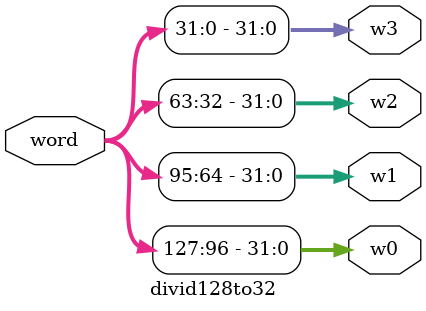
<source format=v>
module divid32to8 (word, w0, w1, w2, w3);
input [31:0] word;
output [7:0] w0, w1, w2, w3;

assign w0 = word[31:24];
assign w1 = word[23:16];
assign w2 = word[15: 8];
assign w3 = word[ 7: 0];
endmodule


module divid128to32 (word, w0, w1, w2, w3);
input [127:0] word;
output [31:0] w0, w1, w2, w3;

assign w0 = word[127:96];
assign w1 = word[ 95:64];
assign w2 = word[ 63:32];
assign w3 = word[ 31: 0];
endmodule

</source>
